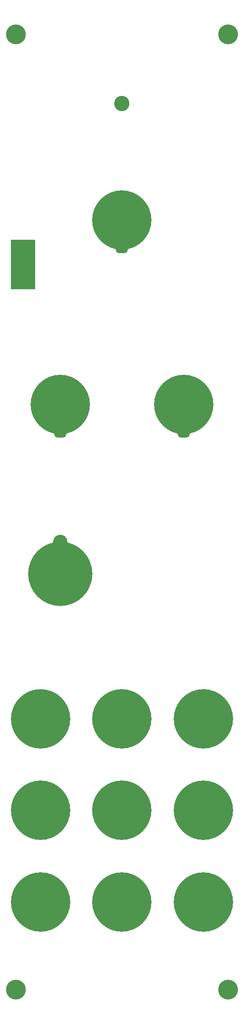
<source format=gbs>
%TF.GenerationSoftware,KiCad,Pcbnew,8.0.5*%
%TF.CreationDate,2024-12-04T18:31:37+01:00*%
%TF.ProjectId,DMH_S_H_Noise_PANEL,444d485f-535f-4485-9f4e-6f6973655f50,rev?*%
%TF.SameCoordinates,Original*%
%TF.FileFunction,Soldermask,Bot*%
%TF.FilePolarity,Negative*%
%FSLAX46Y46*%
G04 Gerber Fmt 4.6, Leading zero omitted, Abs format (unit mm)*
G04 Created by KiCad (PCBNEW 8.0.5) date 2024-12-04 18:31:37*
%MOMM*%
%LPD*%
G01*
G04 APERTURE LIST*
%ADD10C,12.000000*%
%ADD11O,2.500000X1.500000*%
%ADD12C,0.500000*%
%ADD13C,4.000000*%
%ADD14C,3.100000*%
%ADD15C,2.900000*%
%ADD16C,13.000000*%
%ADD17R,5.000000X10.000000*%
G04 APERTURE END LIST*
D10*
%TO.C,H7*%
X87500000Y-108250000D03*
D11*
X87500000Y-114250000D03*
%TD*%
D10*
%TO.C,H6*%
X62500000Y-108250000D03*
D11*
X62500000Y-114250000D03*
%TD*%
D10*
%TO.C,H5*%
X75000000Y-71000000D03*
D11*
X75000000Y-77000000D03*
%TD*%
D12*
%TO.C,H10*%
X52800000Y-190250000D03*
X54460000Y-186220000D03*
X54470000Y-194290000D03*
X58500000Y-184550000D03*
D10*
X58500000Y-190250000D03*
D12*
X58500000Y-195950000D03*
X62530000Y-194290000D03*
X62540000Y-186220000D03*
X64200000Y-190250000D03*
%TD*%
D13*
%TO.C,H3*%
X53500000Y-226500000D03*
%TD*%
D12*
%TO.C,H19*%
X69300000Y-190250000D03*
X70960000Y-186220000D03*
X70970000Y-194290000D03*
X75000000Y-184550000D03*
D10*
X75000000Y-190250000D03*
D12*
X75000000Y-195950000D03*
X79030000Y-194290000D03*
X79040000Y-186220000D03*
X80700000Y-190250000D03*
%TD*%
D14*
%TO.C,H16*%
X75000000Y-47500000D03*
%TD*%
D12*
%TO.C,H12*%
X85800000Y-190250000D03*
X87460000Y-186220000D03*
X87470000Y-194290000D03*
X91500000Y-184550000D03*
D10*
X91500000Y-190250000D03*
D12*
X91500000Y-195950000D03*
X95530000Y-194290000D03*
X95540000Y-186220000D03*
X97200000Y-190250000D03*
%TD*%
%TO.C,H8*%
X52800000Y-171750000D03*
X54460000Y-167720000D03*
X54470000Y-175790000D03*
X58500000Y-166050000D03*
D10*
X58500000Y-171750000D03*
D12*
X58500000Y-177450000D03*
X62530000Y-175790000D03*
X62540000Y-167720000D03*
X64200000Y-171750000D03*
%TD*%
D15*
%TO.C,H18*%
X62500000Y-136100000D03*
D16*
X62500000Y-142500000D03*
%TD*%
D12*
%TO.C,H14*%
X52800000Y-208750000D03*
X54460000Y-204720000D03*
X54470000Y-212790000D03*
X58500000Y-203050000D03*
D10*
X58500000Y-208750000D03*
D12*
X58500000Y-214450000D03*
X62530000Y-212790000D03*
X62540000Y-204720000D03*
X64200000Y-208750000D03*
%TD*%
D13*
%TO.C,H2*%
X96500000Y-33500000D03*
%TD*%
%TO.C,H4*%
X96500000Y-226500000D03*
%TD*%
D12*
%TO.C,H13*%
X69300000Y-208750000D03*
X70960000Y-204720000D03*
X70970000Y-212790000D03*
X75000000Y-203050000D03*
D10*
X75000000Y-208750000D03*
D12*
X75000000Y-214450000D03*
X79030000Y-212790000D03*
X79040000Y-204720000D03*
X80700000Y-208750000D03*
%TD*%
D13*
%TO.C,H1*%
X53500000Y-33500000D03*
%TD*%
D12*
%TO.C,H15*%
X85800000Y-208750000D03*
X87460000Y-204720000D03*
X87470000Y-212790000D03*
X91500000Y-203050000D03*
D10*
X91500000Y-208750000D03*
D12*
X91500000Y-214450000D03*
X95530000Y-212790000D03*
X95540000Y-204720000D03*
X97200000Y-208750000D03*
%TD*%
%TO.C,H9*%
X69300000Y-171750000D03*
X70960000Y-167720000D03*
X70970000Y-175790000D03*
X75000000Y-166050000D03*
D10*
X75000000Y-171750000D03*
D12*
X75000000Y-177450000D03*
X79030000Y-175790000D03*
X79040000Y-167720000D03*
X80700000Y-171750000D03*
%TD*%
%TO.C,H11*%
X85800000Y-171750000D03*
X87460000Y-167720000D03*
X87470000Y-175790000D03*
X91500000Y-166050000D03*
D10*
X91500000Y-171750000D03*
D12*
X91500000Y-177450000D03*
X95530000Y-175790000D03*
X95540000Y-167720000D03*
X97200000Y-171750000D03*
%TD*%
D17*
%TO.C,J0*%
X55000000Y-80000000D03*
%TD*%
M02*

</source>
